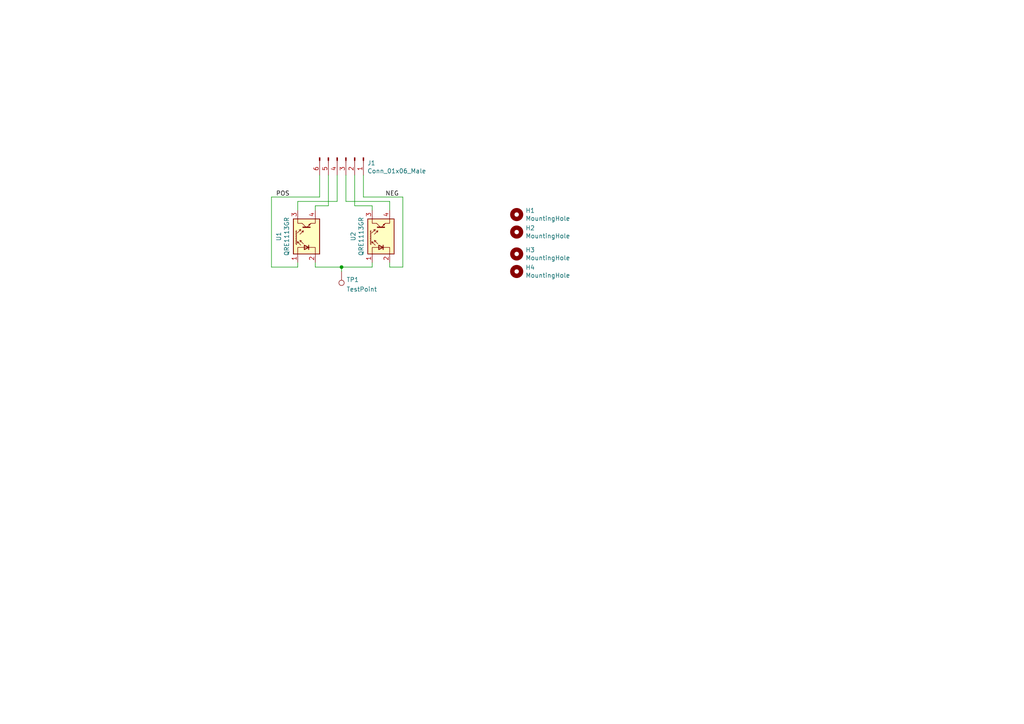
<source format=kicad_sch>
(kicad_sch (version 20211123) (generator eeschema)
  (paper "A4")
  (lib_symbols
    (symbol "Connector:Conn_01x06_Male" (pin_names (offset 1.016) hide)
      (property "Reference" "J" (at 0 7.62 0))
      (property "Value" "Conn_01x06_Male" (at 0 -10.16 0))
      (symbol "Conn_01x06_Male_1_1"
        (polyline (pts (xy 1.27 -7.62) (xy 0.8636 -7.62)) (stroke (width 0.1524)))
        (polyline (pts (xy 1.27 -5.08) (xy 0.8636 -5.08)) (stroke (width 0.1524)))
        (polyline (pts (xy 1.27 -2.54) (xy 0.8636 -2.54)) (stroke (width 0.1524)))
        (polyline (pts (xy 1.27 0) (xy 0.8636 0)) (stroke (width 0.1524)))
        (polyline (pts (xy 1.27 2.54) (xy 0.8636 2.54)) (stroke (width 0.1524)))
        (polyline (pts (xy 1.27 5.08) (xy 0.8636 5.08)) (stroke (width 0.1524)))
        (rectangle (start 0.8636 -7.493) (end 0 -7.747) (stroke (width 0.1524)) (fill (type outline)))
        (rectangle (start 0.8636 -4.953) (end 0 -5.207) (stroke (width 0.1524)) (fill (type outline)))
        (rectangle (start 0.8636 -2.413) (end 0 -2.667) (stroke (width 0.1524)) (fill (type outline)))
        (rectangle (start 0.8636 0.127) (end 0 -0.127) (stroke (width 0.1524)) (fill (type outline)))
        (rectangle (start 0.8636 2.667) (end 0 2.413) (stroke (width 0.1524)) (fill (type outline)))
        (rectangle (start 0.8636 5.207) (end 0 4.953) (stroke (width 0.1524)) (fill (type outline)))
        (pin passive line (at 5.08 5.08 180) (length 3.81) (name "Pin_1") (number "1"))
        (pin passive line (at 5.08 2.54 180) (length 3.81) (name "Pin_2") (number "2"))
        (pin passive line (at 5.08 0 180) (length 3.81) (name "Pin_3") (number "3"))
        (pin passive line (at 5.08 -2.54 180) (length 3.81) (name "Pin_4") (number "4"))
        (pin passive line (at 5.08 -5.08 180) (length 3.81) (name "Pin_5") (number "5"))
        (pin passive line (at 5.08 -7.62 180) (length 3.81) (name "Pin_6") (number "6"))
      )
    )
    (symbol "Connector:TestPoint" (pin_numbers hide) (pin_names (offset 0.762) hide)
      (property "Reference" "TP" (at 0 6.858 0))
      (property "Value" "TestPoint" (at 0 5.08 0))
      (symbol "TestPoint_0_1"
        (circle (center 0 3.302) (radius 0.762))
      )
      (symbol "TestPoint_1_1"
        (pin passive line (at 0 0 90) (length 2.54) (name "1") (number "1"))
      )
    )
    (symbol "Mechanical:MountingHole" (pin_names (offset 1.016))
      (property "Reference" "H" (at 0 5.08 0))
      (property "Value" "MountingHole" (at 0 3.175 0))
      (symbol "MountingHole_0_1"
        (circle (center 0 0) (radius 1.27) (stroke (width 1.27)))
      )
    )
    (symbol "Sensor_Proximity:CNY70" (pin_names (offset 1.016) hide)
      (property "Reference" "U" (at -5.08 5.08 0))
      (property "Value" "CNY70" (at 5.08 5.08 0))
      (symbol "CNY70_0_1"
        (polyline (pts (xy -3.81 -0.635) (xy -2.54 -0.635)) (stroke (width 0.254)))
        (polyline (pts (xy -2.286 2.921) (xy -2.032 3.175)))
        (polyline (pts (xy -1.778 2.921) (xy -1.524 3.175)))
        (polyline (pts (xy -1.524 2.667) (xy -1.651 2.159)))
        (polyline (pts (xy -1.27 2.921) (xy -1.016 3.175)))
        (polyline (pts (xy -1.143 1.905) (xy -1.27 1.397)))
        (polyline (pts (xy -0.762 2.921) (xy -0.508 3.175)))
        (polyline (pts (xy -0.254 2.921) (xy 0 3.175)))
        (polyline (pts (xy 0.254 2.921) (xy 0.508 3.175)))
        (polyline (pts (xy 0.762 2.921) (xy 1.016 3.175)))
        (polyline (pts (xy 1.27 2.921) (xy 1.524 3.175)))
        (polyline (pts (xy 1.651 0.889) (xy 1.143 1.016)))
        (polyline (pts (xy 1.778 2.921) (xy -2.413 2.921)))
        (polyline (pts (xy 2.032 1.651) (xy 1.524 1.778)))
        (polyline (pts (xy 2.667 -0.127) (xy 3.81 -1.27)))
        (polyline (pts (xy 2.667 0.127) (xy 3.81 1.27)))
        (polyline (pts (xy -2.54 1.651) (xy -1.524 2.667) (xy -2.032 2.54)))
        (polyline (pts (xy -2.159 0.889) (xy -1.143 1.905) (xy -1.651 1.778)))
        (polyline (pts (xy 0.635 1.905) (xy 1.651 0.889) (xy 1.524 1.397)))
        (polyline (pts (xy 1.016 2.667) (xy 2.032 1.651) (xy 1.905 2.159)))
        (polyline (pts (xy 2.667 1.016) (xy 2.667 -1.016) (xy 2.667 -1.016)) (stroke (width 0.3556)))
        (polyline (pts (xy 3.81 -1.27) (xy 3.81 -2.54) (xy 5.08 -2.54)))
        (polyline (pts (xy 3.81 1.27) (xy 3.81 2.54) (xy 5.08 2.54)))
        (polyline (pts (xy -5.08 -2.54) (xy -3.175 -2.54) (xy -3.175 2.54) (xy -5.08 2.54)))
        (polyline (pts (xy -3.175 -0.635) (xy -3.81 0.635) (xy -2.54 0.635) (xy -3.175 -0.635)) (stroke (width 0.254)))
        (polyline (pts (xy 3.683 -1.143) (xy 3.429 -0.635) (xy 3.175 -0.889) (xy 3.683 -1.143)))
        (polyline (pts (xy -5.08 -3.81) (xy 5.08 -3.81) (xy 5.08 3.81) (xy -5.08 3.81) (xy -5.08 -3.81)) (stroke (width 0.254)) (fill (type background)))
      )
      (symbol "CNY70_1_1"
        (pin passive line (at -7.62 2.54 0) (length 2.54) (name "A") (number "1"))
        (pin passive line (at -7.62 -2.54 0) (length 2.54) (name "K") (number "2"))
        (pin open_collector line (at 7.62 2.54 180) (length 2.54) (name "C") (number "3"))
        (pin open_emitter line (at 7.62 -2.54 180) (length 2.54) (name "E") (number "4"))
      )
    )
  )
  (junction (at 99.06 77.47))
  (wire (pts (xy 86.36 77.47) (xy 78.74 77.47)))
  (wire (pts (xy 91.44 76.2) (xy 91.44 77.47)))
  (wire (pts (xy 107.95 77.47) (xy 107.95 76.2)))
  (wire (pts (xy 86.36 58.42) (xy 97.79 58.42)))
  (wire (pts (xy 91.44 77.47) (xy 99.06 77.47)))
  (wire (pts (xy 97.79 50.8) (xy 97.79 58.42)))
  (wire (pts (xy 107.95 59.69) (xy 107.95 60.96)))
  (wire (pts (xy 95.25 59.69) (xy 91.44 59.69)))
  (wire (pts (xy 113.03 76.2) (xy 113.03 77.47)))
  (wire (pts (xy 105.41 57.15) (xy 116.84 57.15)))
  (wire (pts (xy 86.36 76.2) (xy 86.36 77.47)))
  (wire (pts (xy 95.25 50.8) (xy 95.25 59.69)))
  (wire (pts (xy 113.03 58.42) (xy 113.03 60.96)))
  (wire (pts (xy 78.74 77.47) (xy 78.74 57.15)))
  (wire (pts (xy 92.71 57.15) (xy 92.71 50.8)))
  (wire (pts (xy 78.74 57.15) (xy 92.71 57.15)))
  (wire (pts (xy 105.41 50.8) (xy 105.41 57.15)))
  (wire (pts (xy 86.36 58.42) (xy 86.36 60.96)))
  (wire (pts (xy 91.44 60.96) (xy 91.44 59.69)))
  (wire (pts (xy 102.87 59.69) (xy 102.87 50.8)))
  (wire (pts (xy 113.03 58.42) (xy 100.33 58.42)))
  (wire (pts (xy 107.95 59.69) (xy 102.87 59.69)))
  (wire (pts (xy 100.33 50.8) (xy 100.33 58.42)))
  (wire (pts (xy 99.06 78.74) (xy 99.06 77.47)))
  (wire (pts (xy 116.84 77.47) (xy 113.03 77.47)))
  (wire (pts (xy 116.84 57.15) (xy 116.84 77.47)))
  (wire (pts (xy 99.06 77.47) (xy 107.95 77.47)))
  (label "POS" (at 80.01 57.15 0))
  (label "NEG" (at 111.76 57.15 0))
  (symbol (lib_id "Sensor_Proximity:CNY70") (at 88.9 68.58 90) (unit 1)
    (property "Reference" "U1" (at 80.8482 68.58 0))
    (property "Value" "QRE1113GR" (at 83.1596 68.58 0))
    (property "Footprint" "OptoDevice:QRE1113GR" (effects hide))
    (property "Datasheet" "https://www.vishay.com/docs/83751/cny70.pdf" (effects hide))
  )
  (symbol (lib_id "Mechanical:MountingHole") (at 149.86 62.23 0) (unit 1)
    (property "Reference" "H1" (at 152.4 61.0616 0) (effects (justify left)))
    (property "Value" "MountingHole" (at 152.4 63.373 0) (effects (justify left)))
    (property "Footprint" "Mounting_Holes:MountingHole_3.2mm_M3" (effects hide))
  )
  (symbol (lib_id "Sensor_Proximity:CNY70") (at 110.49 68.58 90) (unit 1)
    (property "Reference" "U2" (at 102.4382 68.58 0))
    (property "Value" "QRE1113GR" (at 104.7496 68.58 0))
    (property "Footprint" "OptoDevice:QRE1113GR" (effects hide))
    (property "Datasheet" "https://www.vishay.com/docs/83751/cny70.pdf" (effects hide))
  )
  (symbol (lib_id "Mechanical:MountingHole") (at 149.86 67.31 0) (unit 1)
    (property "Reference" "H2" (at 152.4 66.1416 0) (effects (justify left)))
    (property "Value" "MountingHole" (at 152.4 68.453 0) (effects (justify left)))
    (property "Footprint" "Mounting_Holes:MountingHole_3.2mm_M3" (effects hide))
  )
  (symbol (lib_id "Connector:Conn_01x06_Male") (at 100.33 45.72 270) (unit 1)
    (property "Reference" "J1" (at 106.5276 47.2948 90) (effects (justify left)))
    (property "Value" "Conn_01x06_Male" (at 106.5276 49.6062 90) (effects (justify left)))
    (property "Footprint" "Pin_Headers:Pin_Header_Angled_1x06_Pitch2.54mm" (effects hide))
  )
  (symbol (lib_id "Mechanical:MountingHole") (at 149.86 73.66 0) (unit 1)
    (property "Reference" "H3" (at 152.4 72.4916 0) (effects (justify left)))
    (property "Value" "MountingHole" (at 152.4 74.803 0) (effects (justify left)))
    (property "Footprint" "Mounting_Holes:MountingHole_3.2mm_M3" (effects hide))
  )
  (symbol (lib_id "Mechanical:MountingHole") (at 149.86 78.74 0) (unit 1)
    (property "Reference" "H4" (at 152.4 77.5716 0) (effects (justify left)))
    (property "Value" "MountingHole" (at 152.4 79.883 0) (effects (justify left)))
    (property "Footprint" "Mounting_Holes:MountingHole_3.2mm_M3" (effects hide))
  )
  (symbol (lib_id "Connector:TestPoint") (at 99.06 78.74 180) (unit 1)
    (property "Reference" "TP1" (at 100.457 81.1335 0) (effects (justify right)))
    (property "Value" "TestPoint" (at 100.457 83.9086 0) (effects (justify right)))
    (property "Footprint" "TestPoint:TestPoint_Pad_1.0x1.0mm" (effects hide))
  )
)
</source>
